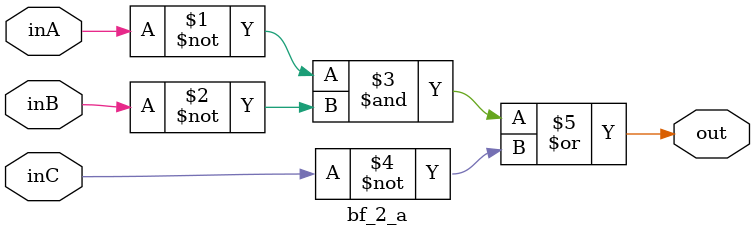
<source format=v>
`timescale 1ns / 1ps

module bf_2_a(inA, inB, inC, out);

input inA, inB, inC;
output out;

assign out = (~inA & ~inB) | (~inC);

endmodule

</source>
